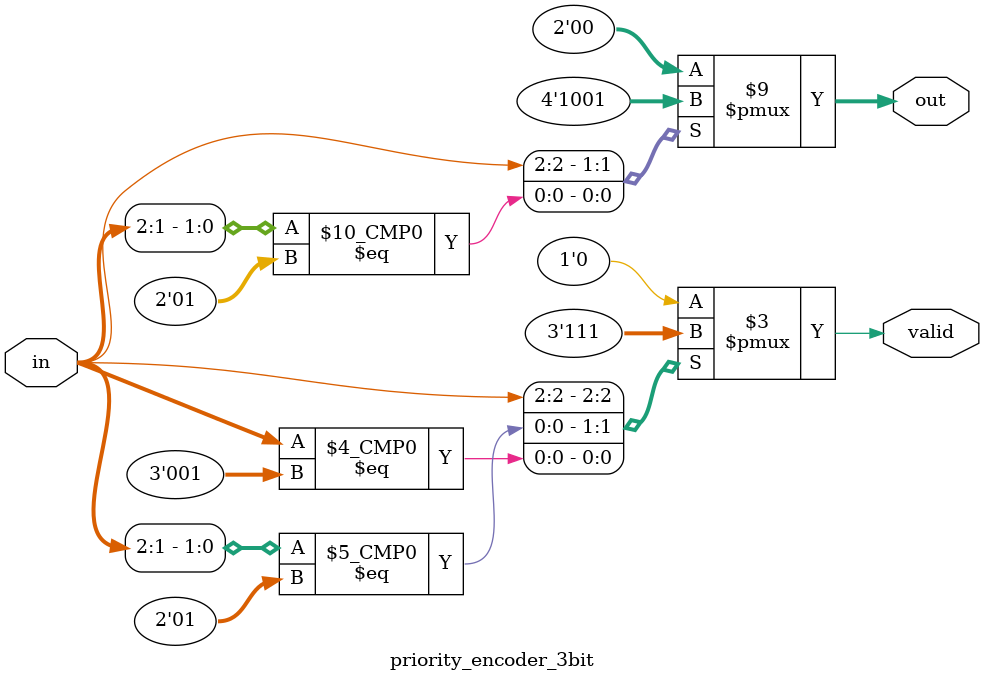
<source format=v>
module priority_encoder_3bit (
  input  [2:0] in,
  output reg [1:0] out,
  output reg valid
);

  always @(*) begin
    casez (in)
      3'b1??: begin out = 2'b10; valid = 1; end  // Highest priority: in[2]
      3'b01?: begin out = 2'b01; valid = 1; end  // Middle priority: in[1]
      3'b001: begin out = 2'b00; valid = 1; end  // Lowest priority: in[0]
      default: begin out = 2'b00; valid = 0; end // No input active
    endcase
  end

endmodule

</source>
